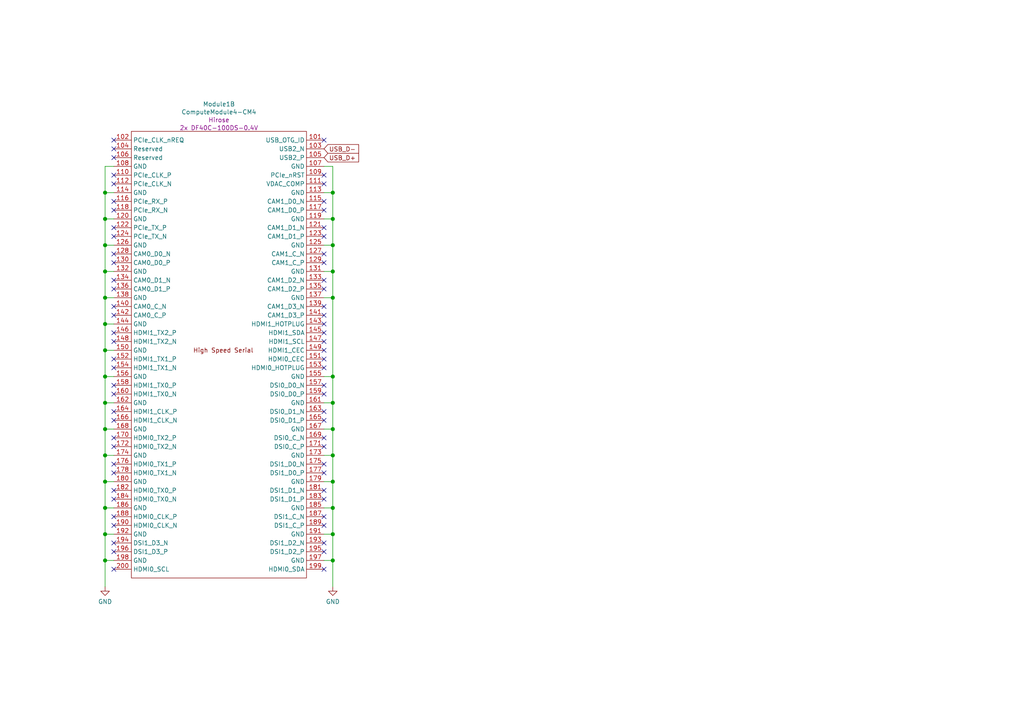
<source format=kicad_sch>
(kicad_sch (version 20210126) (generator eeschema)
  (paper "A4")
  (title_block (title "Voice CCA") (date "2021-05-01") (rev "v1r0") (company "MWS Fabrication"))
  (lib_symbols
    (symbol "CM4IO:ComputeModule4-CM4"
      (property "Reference" "Module" (at 113.03 -68.58 0))
      (property "Value" "ComputeModule4-CM4" (at 140.97 2.54 0))
      (property "Field4" "Hirose" (at 0 0 0))
      (property "Field5" "2x DF40C-100DS-0.4V" (at 0 -2.54 0))
      (symbol "ComputeModule4-CM4_1_0"
        (text "GPIO" (at 0 6.35 0) (effects (font (size 1.27 1.27))))
      )
      (symbol "ComputeModule4-CM4_1_1"
        (text "600mA Max" (at -8.89 -53.34 0) (effects (font (size 1.27 1.27))))
        (text "600mA Max" (at -8.89 -48.26 0) (effects (font (size 1.27 1.27))))
        (text "NB SD signals are only available" (at -1.27 -27.94 0) (effects (font (size 1.27 1.27))))
        (text "on modules without eMMC" (at -1.27 -30.48 0) (effects (font (size 1.27 1.27))))
        (rectangle (start -30.48 -71.12) (end 25.4 58.42))
        (pin power_in line (at 27.94 55.88 180) (length 2.54) (name "GND") (number "1"))
        (pin passive line (at -33.02 45.72 0) (length 2.54) (name "Ethernet_Pair0_N") (number "10"))
        (pin output line (at -33.02 -68.58 0) (length 2.54) (name "nEXTRST") (number "100"))
        (pin passive line (at 27.94 43.18 180) (length 2.54) (name "Ethernet_Pair2_P") (number "11"))
        (pin passive line (at -33.02 43.18 0) (length 2.54) (name "Ethernet_Pair0_P") (number "12"))
        (pin power_in line (at 27.94 40.64 180) (length 2.54) (name "GND") (number "13"))
        (pin power_in line (at -33.02 40.64 0) (length 2.54) (name "GND") (number "14"))
        (pin output line (at 27.94 38.1 180) (length 2.54) (name "Ethernet_nLED3(3.3v)") (number "15"))
        (pin input line (at -33.02 38.1 0) (length 2.54) (name "Ethernet_SYNC_IN(1.8v)") (number "16"))
        (pin output line (at 27.94 35.56 180) (length 2.54) (name "Ethernet_nLED2(3.3v)") (number "17"))
        (pin input line (at -33.02 35.56 0) (length 2.54) (name "Ethernet_SYNC_OUT(1.8v)") (number "18"))
        (pin output line (at 27.94 33.02 180) (length 2.54) (name "Ethernet_nLED1(3.3v)") (number "19"))
        (pin power_in line (at -33.02 55.88 0) (length 2.54) (name "GND") (number "2"))
        (pin passive line (at -33.02 33.02 0) (length 2.54) (name "EEPROM_nWP") (number "20"))
        (pin open_collector line (at 27.94 30.48 180) (length 2.54) (name "PI_nLED_Activity") (number "21"))
        (pin power_in line (at -33.02 30.48 0) (length 2.54) (name "GND") (number "22"))
        (pin power_in line (at 27.94 27.94 180) (length 2.54) (name "GND") (number "23"))
        (pin passive line (at -33.02 27.94 0) (length 2.54) (name "GPIO26") (number "24"))
        (pin passive line (at 27.94 25.4 180) (length 2.54) (name "GPIO21") (number "25"))
        (pin passive line (at -33.02 25.4 0) (length 2.54) (name "GPIO19") (number "26"))
        (pin passive line (at 27.94 22.86 180) (length 2.54) (name "GPIO20") (number "27"))
        (pin passive line (at -33.02 22.86 0) (length 2.54) (name "GPIO13") (number "28"))
        (pin passive line (at 27.94 20.32 180) (length 2.54) (name "GPIO16") (number "29"))
        (pin passive line (at 27.94 53.34 180) (length 2.54) (name "Ethernet_Pair3_P") (number "3"))
        (pin passive line (at -33.02 20.32 0) (length 2.54) (name "GPIO6") (number "30"))
        (pin passive line (at 27.94 17.78 180) (length 2.54) (name "GPIO12") (number "31"))
        (pin power_in line (at -33.02 17.78 0) (length 2.54) (name "GND") (number "32"))
        (pin power_in line (at 27.94 15.24 180) (length 2.54) (name "GND") (number "33"))
        (pin passive line (at -33.02 15.24 0) (length 2.54) (name "GPIO5") (number "34"))
        (pin passive line (at 27.94 12.7 180) (length 2.54) (name "ID_SC") (number "35"))
        (pin passive line (at -33.02 12.7 0) (length 2.54) (name "ID_SD") (number "36"))
        (pin passive line (at 27.94 10.16 180) (length 2.54) (name "GPIO7") (number "37"))
        (pin passive line (at -33.02 10.16 0) (length 2.54) (name "GPIO11") (number "38"))
        (pin passive line (at 27.94 7.62 180) (length 2.54) (name "GPIO8") (number "39"))
        (pin passive line (at -33.02 53.34 0) (length 2.54) (name "Ethernet_Pair1_P") (number "4"))
        (pin passive line (at -33.02 7.62 0) (length 2.54) (name "GPIO9") (number "40"))
        (pin passive line (at 27.94 5.08 180) (length 2.54) (name "GPIO25") (number "41"))
        (pin power_in line (at -33.02 5.08 0) (length 2.54) (name "GND") (number "42"))
        (pin power_in line (at 27.94 2.54 180) (length 2.54) (name "GND") (number "43"))
        (pin passive line (at -33.02 2.54 0) (length 2.54) (name "GPIO10") (number "44"))
        (pin passive line (at 27.94 0 180) (length 2.54) (name "GPIO24") (number "45"))
        (pin passive line (at -33.02 0 0) (length 2.54) (name "GPIO22") (number "46"))
        (pin passive line (at 27.94 -2.54 180) (length 2.54) (name "GPIO23") (number "47"))
        (pin passive line (at -33.02 -2.54 0) (length 2.54) (name "GPIO27") (number "48"))
        (pin passive line (at 27.94 -5.08 180) (length 2.54) (name "GPIO18") (number "49"))
        (pin passive line (at 27.94 50.8 180) (length 2.54) (name "Ethernet_Pair3_N") (number "5"))
        (pin passive line (at -33.02 -5.08 0) (length 2.54) (name "GPIO17") (number "50"))
        (pin passive line (at 27.94 -7.62 180) (length 2.54) (name "GPIO15") (number "51"))
        (pin power_in line (at -33.02 -7.62 0) (length 2.54) (name "GND") (number "52"))
        (pin power_in line (at 27.94 -10.16 180) (length 2.54) (name "GND") (number "53"))
        (pin passive line (at -33.02 -10.16 0) (length 2.54) (name "GPIO4") (number "54"))
        (pin passive line (at 27.94 -12.7 180) (length 2.54) (name "GPIO14") (number "55"))
        (pin passive line (at -33.02 -12.7 0) (length 2.54) (name "GPIO3") (number "56"))
        (pin passive line (at 27.94 -15.24 180) (length 2.54) (name "SD_CLK") (number "57"))
        (pin passive line (at -33.02 -15.24 0) (length 2.54) (name "GPIO2") (number "58"))
        (pin power_in line (at 27.94 -17.78 180) (length 2.54) (name "GND") (number "59"))
        (pin passive line (at -33.02 50.8 0) (length 2.54) (name "Ethernet_Pair1_N") (number "6"))
        (pin power_in line (at -33.02 -17.78 0) (length 2.54) (name "GND") (number "60"))
        (pin passive line (at 27.94 -20.32 180) (length 2.54) (name "SD_DAT3") (number "61"))
        (pin passive line (at -33.02 -20.32 0) (length 2.54) (name "SD_CMD") (number "62"))
        (pin passive line (at 27.94 -22.86 180) (length 2.54) (name "SD_DAT0") (number "63"))
        (pin passive line (at -33.02 -22.86 0) (length 2.54) (name "SD_DAT5") (number "64"))
        (pin power_in line (at 27.94 -25.4 180) (length 2.54) (name "GND") (number "65"))
        (pin power_in line (at -33.02 -25.4 0) (length 2.54) (name "GND") (number "66"))
        (pin passive line (at 27.94 -27.94 180) (length 2.54) (name "SD_DAT1") (number "67"))
        (pin passive line (at -33.02 -27.94 0) (length 2.54) (name "SD_DAT4") (number "68"))
        (pin passive line (at 27.94 -30.48 180) (length 2.54) (name "SD_DAT2") (number "69"))
        (pin power_in line (at 27.94 48.26 180) (length 2.54) (name "GND") (number "7"))
        (pin passive line (at -33.02 -30.48 0) (length 2.54) (name "SD_DAT7") (number "70"))
        (pin power_in line (at 27.94 -33.02 180) (length 2.54) (name "GND") (number "71"))
        (pin passive line (at -33.02 -33.02 0) (length 2.54) (name "SD_DAT6") (number "72"))
        (pin input line (at 27.94 -35.56 180) (length 2.54) (name "SD_VDD_Override") (number "73"))
        (pin power_in line (at -33.02 -35.56 0) (length 2.54) (name "GND") (number "74"))
        (pin output line (at 27.94 -38.1 180) (length 2.54) (name "SD_PWR_ON") (number "75"))
        (pin passive line (at -33.02 -38.1 0) (length 2.54) (name "Reserved") (number "76"))
        (pin power_in line (at 27.94 -40.64 180) (length 2.54) (name "+5v_(Input)") (number "77"))
        (pin power_in line (at -33.02 -40.64 0) (length 2.54) (name "GPIO_VREF(1.8v/3.3v_Input)") (number "78"))
        (pin power_in line (at 27.94 -43.18 180) (length 2.54) (name "+5v_(Input)") (number "79"))
        (pin power_in line (at -33.02 48.26 0) (length 2.54) (name "GND") (number "8"))
        (pin passive line (at -33.02 -43.18 0) (length 2.54) (name "SCL0") (number "80"))
        (pin power_in line (at 27.94 -45.72 180) (length 2.54) (name "+5v_(Input)") (number "81"))
        (pin passive line (at -33.02 -45.72 0) (length 2.54) (name "SDA0") (number "82"))
        (pin power_in line (at 27.94 -48.26 180) (length 2.54) (name "+5v_(Input)") (number "83"))
        (pin power_out line (at -33.02 -48.26 0) (length 2.54) (name "+3.3v_(Output)") (number "84"))
        (pin power_in line (at 27.94 -50.8 180) (length 2.54) (name "+5v_(Input)") (number "85"))
        (pin power_out line (at -33.02 -50.8 0) (length 2.54) (name "+3.3v_(Output)") (number "86"))
        (pin power_in line (at 27.94 -53.34 180) (length 2.54) (name "+5v_(Input)") (number "87"))
        (pin power_out line (at -33.02 -53.34 0) (length 2.54) (name "+1.8v_(Output)") (number "88"))
        (pin power_in line (at 27.94 -55.88 180) (length 2.54) (name "WiFi_nDisable") (number "89"))
        (pin passive line (at 27.94 45.72 180) (length 2.54) (name "Ethernet_Pair2_N") (number "9"))
        (pin power_out line (at -33.02 -55.88 0) (length 2.54) (name "+1.8v_(Output)") (number "90"))
        (pin power_in line (at 27.94 -58.42 180) (length 2.54) (name "BT_nDisable") (number "91"))
        (pin passive line (at -33.02 -58.42 0) (length 2.54) (name "RUN_PG") (number "92"))
        (pin input line (at 27.94 -60.96 180) (length 2.54) (name "nRPIBOOT") (number "93"))
        (pin passive line (at -33.02 -60.96 0) (length 2.54) (name "AnalogIP1") (number "94"))
        (pin output line (at 27.94 -63.5 180) (length 2.54) (name "nPI_LED_PWR") (number "95"))
        (pin passive line (at -33.02 -63.5 0) (length 2.54) (name "AnalogIP0") (number "96"))
        (pin passive line (at 27.94 -66.04 180) (length 2.54) (name "Camera_GPIO") (number "97"))
        (pin power_in line (at -33.02 -66.04 0) (length 2.54) (name "GND") (number "98"))
        (pin input line (at 27.94 -68.58 180) (length 2.54) (name "Global_EN") (number "99"))
      )
      (symbol "ComputeModule4-CM4_2_1"
        (text "High Speed Serial" (at 140.97 0 0) (effects (font (size 1.27 1.27))))
        (rectangle (start 114.3 -66.04) (end 165.1 63.5))
        (pin input line (at 170.18 60.96 180) (length 5.08) (name "USB_OTG_ID") (number "101"))
        (pin input line (at 109.22 60.96 0) (length 5.08) (name "PCIe_CLK_nREQ") (number "102"))
        (pin passive line (at 170.18 58.42 180) (length 5.08) (name "USB2_N") (number "103"))
        (pin passive line (at 109.22 58.42 0) (length 5.08) (name "Reserved") (number "104"))
        (pin passive line (at 170.18 55.88 180) (length 5.08) (name "USB2_P") (number "105"))
        (pin passive line (at 109.22 55.88 0) (length 5.08) (name "Reserved") (number "106"))
        (pin power_in line (at 170.18 53.34 180) (length 5.08) (name "GND") (number "107"))
        (pin power_in line (at 109.22 53.34 0) (length 5.08) (name "GND") (number "108"))
        (pin bidirectional line (at 170.18 50.8 180) (length 5.08) (name "PCIe_nRST") (number "109"))
        (pin output line (at 109.22 50.8 0) (length 5.08) (name "PCIe_CLK_P") (number "110"))
        (pin passive line (at 170.18 48.26 180) (length 5.08) (name "VDAC_COMP") (number "111"))
        (pin output line (at 109.22 48.26 0) (length 5.08) (name "PCIe_CLK_N") (number "112"))
        (pin power_in line (at 170.18 45.72 180) (length 5.08) (name "GND") (number "113"))
        (pin power_in line (at 109.22 45.72 0) (length 5.08) (name "GND") (number "114"))
        (pin input line (at 170.18 43.18 180) (length 5.08) (name "CAM1_D0_N") (number "115"))
        (pin input line (at 109.22 43.18 0) (length 5.08) (name "PCIe_RX_P") (number "116"))
        (pin input line (at 170.18 40.64 180) (length 5.08) (name "CAM1_D0_P") (number "117"))
        (pin input line (at 109.22 40.64 0) (length 5.08) (name "PCIe_RX_N") (number "118"))
        (pin power_in line (at 170.18 38.1 180) (length 5.08) (name "GND") (number "119"))
        (pin power_in line (at 109.22 38.1 0) (length 5.08) (name "GND") (number "120"))
        (pin input line (at 170.18 35.56 180) (length 5.08) (name "CAM1_D1_N") (number "121"))
        (pin output line (at 109.22 35.56 0) (length 5.08) (name "PCIe_TX_P") (number "122"))
        (pin input line (at 170.18 33.02 180) (length 5.08) (name "CAM1_D1_P") (number "123"))
        (pin output line (at 109.22 33.02 0) (length 5.08) (name "PCIe_TX_N") (number "124"))
        (pin power_in line (at 170.18 30.48 180) (length 5.08) (name "GND") (number "125"))
        (pin power_in line (at 109.22 30.48 0) (length 5.08) (name "GND") (number "126"))
        (pin input line (at 170.18 27.94 180) (length 5.08) (name "CAM1_C_N") (number "127"))
        (pin input line (at 109.22 27.94 0) (length 5.08) (name "CAM0_D0_N") (number "128"))
        (pin input line (at 170.18 25.4 180) (length 5.08) (name "CAM1_C_P") (number "129"))
        (pin input line (at 109.22 25.4 0) (length 5.08) (name "CAM0_D0_P") (number "130"))
        (pin power_in line (at 170.18 22.86 180) (length 5.08) (name "GND") (number "131"))
        (pin power_in line (at 109.22 22.86 0) (length 5.08) (name "GND") (number "132"))
        (pin input line (at 170.18 20.32 180) (length 5.08) (name "CAM1_D2_N") (number "133"))
        (pin input line (at 109.22 20.32 0) (length 5.08) (name "CAM0_D1_N") (number "134"))
        (pin input line (at 170.18 17.78 180) (length 5.08) (name "CAM1_D2_P") (number "135"))
        (pin input line (at 109.22 17.78 0) (length 5.08) (name "CAM0_D1_P") (number "136"))
        (pin power_in line (at 170.18 15.24 180) (length 5.08) (name "GND") (number "137"))
        (pin power_in line (at 109.22 15.24 0) (length 5.08) (name "GND") (number "138"))
        (pin input line (at 170.18 12.7 180) (length 5.08) (name "CAM1_D3_N") (number "139"))
        (pin input line (at 109.22 12.7 0) (length 5.08) (name "CAM0_C_N") (number "140"))
        (pin input line (at 170.18 10.16 180) (length 5.08) (name "CAM1_D3_P") (number "141"))
        (pin input line (at 109.22 10.16 0) (length 5.08) (name "CAM0_C_P") (number "142"))
        (pin input line (at 170.18 7.62 180) (length 5.08) (name "HDMI1_HOTPLUG") (number "143"))
        (pin power_in line (at 109.22 7.62 0) (length 5.08) (name "GND") (number "144"))
        (pin bidirectional line (at 170.18 5.08 180) (length 5.08) (name "HDMI1_SDA") (number "145"))
        (pin output line (at 109.22 5.08 0) (length 5.08) (name "HDMI1_TX2_P") (number "146"))
        (pin open_collector line (at 170.18 2.54 180) (length 5.08) (name "HDMI1_SCL") (number "147"))
        (pin output line (at 109.22 2.54 0) (length 5.08) (name "HDMI1_TX2_N") (number "148"))
        (pin open_collector line (at 170.18 0 180) (length 5.08) (name "HDMI1_CEC") (number "149"))
        (pin power_in line (at 109.22 0 0) (length 5.08) (name "GND") (number "150"))
        (pin open_collector line (at 170.18 -2.54 180) (length 5.08) (name "HDMI0_CEC") (number "151"))
        (pin output line (at 109.22 -2.54 0) (length 5.08) (name "HDMI1_TX1_P") (number "152"))
        (pin input line (at 170.18 -5.08 180) (length 5.08) (name "HDMI0_HOTPLUG") (number "153"))
        (pin output line (at 109.22 -5.08 0) (length 5.08) (name "HDMI1_TX1_N") (number "154"))
        (pin power_in line (at 170.18 -7.62 180) (length 5.08) (name "GND") (number "155"))
        (pin power_in line (at 109.22 -7.62 0) (length 5.08) (name "GND") (number "156"))
        (pin output line (at 170.18 -10.16 180) (length 5.08) (name "DSI0_D0_N") (number "157"))
        (pin output line (at 109.22 -10.16 0) (length 5.08) (name "HDMI1_TX0_P") (number "158"))
        (pin output line (at 170.18 -12.7 180) (length 5.08) (name "DSI0_D0_P") (number "159"))
        (pin output line (at 109.22 -12.7 0) (length 5.08) (name "HDMI1_TX0_N") (number "160"))
        (pin power_in line (at 170.18 -15.24 180) (length 5.08) (name "GND") (number "161"))
        (pin power_in line (at 109.22 -15.24 0) (length 5.08) (name "GND") (number "162"))
        (pin output line (at 170.18 -17.78 180) (length 5.08) (name "DSI0_D1_N") (number "163"))
        (pin output line (at 109.22 -17.78 0) (length 5.08) (name "HDMI1_CLK_P") (number "164"))
        (pin output line (at 170.18 -20.32 180) (length 5.08) (name "DSI0_D1_P") (number "165"))
        (pin output line (at 109.22 -20.32 0) (length 5.08) (name "HDMI1_CLK_N") (number "166"))
        (pin power_in line (at 170.18 -22.86 180) (length 5.08) (name "GND") (number "167"))
        (pin power_in line (at 109.22 -22.86 0) (length 5.08) (name "GND") (number "168"))
        (pin output line (at 170.18 -25.4 180) (length 5.08) (name "DSI0_C_N") (number "169"))
        (pin output line (at 109.22 -25.4 0) (length 5.08) (name "HDMI0_TX2_P") (number "170"))
        (pin output line (at 170.18 -27.94 180) (length 5.08) (name "DSI0_C_P") (number "171"))
        (pin output line (at 109.22 -27.94 0) (length 5.08) (name "HDMI0_TX2_N") (number "172"))
        (pin power_in line (at 170.18 -30.48 180) (length 5.08) (name "GND") (number "173"))
        (pin power_in line (at 109.22 -30.48 0) (length 5.08) (name "GND") (number "174"))
        (pin output line (at 170.18 -33.02 180) (length 5.08) (name "DSI1_D0_N") (number "175"))
        (pin output line (at 109.22 -33.02 0) (length 5.08) (name "HDMI0_TX1_P") (number "176"))
        (pin output line (at 170.18 -35.56 180) (length 5.08) (name "DSI1_D0_P") (number "177"))
        (pin output line (at 109.22 -35.56 0) (length 5.08) (name "HDMI0_TX1_N") (number "178"))
        (pin power_in line (at 170.18 -38.1 180) (length 5.08) (name "GND") (number "179"))
        (pin power_in line (at 109.22 -38.1 0) (length 5.08) (name "GND") (number "180"))
        (pin output line (at 170.18 -40.64 180) (length 5.08) (name "DSI1_D1_N") (number "181"))
        (pin output line (at 109.22 -40.64 0) (length 5.08) (name "HDMI0_TX0_P") (number "182"))
        (pin output line (at 170.18 -43.18 180) (length 5.08) (name "DSI1_D1_P") (number "183"))
        (pin output line (at 109.22 -43.18 0) (length 5.08) (name "HDMI0_TX0_N") (number "184"))
        (pin power_in line (at 170.18 -45.72 180) (length 5.08) (name "GND") (number "185"))
        (pin power_in line (at 109.22 -45.72 0) (length 5.08) (name "GND") (number "186"))
        (pin output line (at 170.18 -48.26 180) (length 5.08) (name "DSI1_C_N") (number "187"))
        (pin output line (at 109.22 -48.26 0) (length 5.08) (name "HDMI0_CLK_P") (number "188"))
        (pin output line (at 170.18 -50.8 180) (length 5.08) (name "DSI1_C_P") (number "189"))
        (pin output line (at 109.22 -50.8 0) (length 5.08) (name "HDMI0_CLK_N") (number "190"))
        (pin power_in line (at 170.18 -53.34 180) (length 5.08) (name "GND") (number "191"))
        (pin power_in line (at 109.22 -53.34 0) (length 5.08) (name "GND") (number "192"))
        (pin output line (at 170.18 -55.88 180) (length 5.08) (name "DSI1_D2_N") (number "193"))
        (pin output line (at 109.22 -55.88 0) (length 5.08) (name "DSI1_D3_N") (number "194"))
        (pin output line (at 170.18 -58.42 180) (length 5.08) (name "DSI1_D2_P") (number "195"))
        (pin output line (at 109.22 -58.42 0) (length 5.08) (name "DSI1_D3_P") (number "196"))
        (pin power_in line (at 170.18 -60.96 180) (length 5.08) (name "GND") (number "197"))
        (pin power_in line (at 109.22 -60.96 0) (length 5.08) (name "GND") (number "198"))
        (pin bidirectional line (at 170.18 -63.5 180) (length 5.08) (name "HDMI0_SDA") (number "199"))
        (pin open_collector line (at 109.22 -63.5 0) (length 5.08) (name "HDMI0_SCL") (number "200"))
      )
    )
    (symbol "power:GND" (power) (pin_names (offset 0))
      (property "Value" "GND" (at 0 -3.81 0))
      (symbol "GND_0_1"
        (polyline (pts (xy 0 0) (xy 0 -1.27) (xy 1.27 -1.27) (xy 0 -2.54) (xy -1.27 -1.27) (xy 0 -1.27)))
      )
      (symbol "GND_1_1"
        (pin power_in line (at 0 0 270) (length 0) hide (name "GND") (number "1"))
      )
    )
  )
  (junction (at 30.48 55.88) (diameter 1.016))
  (junction (at 30.48 63.5) (diameter 1.016))
  (junction (at 30.48 71.12) (diameter 1.016))
  (junction (at 30.48 78.74) (diameter 1.016))
  (junction (at 30.48 86.36) (diameter 1.016))
  (junction (at 30.48 93.98) (diameter 1.016))
  (junction (at 30.48 101.6) (diameter 1.016))
  (junction (at 30.48 109.22) (diameter 1.016))
  (junction (at 30.48 116.84) (diameter 1.016))
  (junction (at 30.48 124.46) (diameter 1.016))
  (junction (at 30.48 132.08) (diameter 1.016))
  (junction (at 30.48 139.7) (diameter 1.016))
  (junction (at 30.48 147.32) (diameter 1.016))
  (junction (at 30.48 154.94) (diameter 1.016))
  (junction (at 30.48 162.56) (diameter 1.016))
  (junction (at 96.52 55.88) (diameter 1.016))
  (junction (at 96.52 63.5) (diameter 1.016))
  (junction (at 96.52 71.12) (diameter 1.016))
  (junction (at 96.52 78.74) (diameter 1.016))
  (junction (at 96.52 86.36) (diameter 1.016))
  (junction (at 96.52 109.22) (diameter 1.016))
  (junction (at 96.52 116.84) (diameter 1.016))
  (junction (at 96.52 124.46) (diameter 1.016))
  (junction (at 96.52 132.08) (diameter 1.016))
  (junction (at 96.52 139.7) (diameter 1.016))
  (junction (at 96.52 147.32) (diameter 1.016))
  (junction (at 96.52 154.94) (diameter 1.016))
  (junction (at 96.52 162.56) (diameter 1.016))
  (no_connect (at 33.02 40.64))
  (no_connect (at 33.02 43.18))
  (no_connect (at 33.02 45.72))
  (no_connect (at 33.02 50.8))
  (no_connect (at 33.02 53.34))
  (no_connect (at 33.02 58.42))
  (no_connect (at 33.02 60.96))
  (no_connect (at 33.02 66.04))
  (no_connect (at 33.02 68.58))
  (no_connect (at 33.02 73.66))
  (no_connect (at 33.02 76.2))
  (no_connect (at 33.02 81.28))
  (no_connect (at 33.02 83.82))
  (no_connect (at 33.02 88.9))
  (no_connect (at 33.02 91.44))
  (no_connect (at 33.02 96.52))
  (no_connect (at 33.02 99.06))
  (no_connect (at 33.02 104.14))
  (no_connect (at 33.02 106.68))
  (no_connect (at 33.02 111.76))
  (no_connect (at 33.02 114.3))
  (no_connect (at 33.02 119.38))
  (no_connect (at 33.02 121.92))
  (no_connect (at 33.02 127))
  (no_connect (at 33.02 129.54))
  (no_connect (at 33.02 134.62))
  (no_connect (at 33.02 137.16))
  (no_connect (at 33.02 142.24))
  (no_connect (at 33.02 144.78))
  (no_connect (at 33.02 149.86))
  (no_connect (at 33.02 152.4))
  (no_connect (at 33.02 157.48))
  (no_connect (at 33.02 160.02))
  (no_connect (at 33.02 165.1))
  (no_connect (at 93.98 40.64))
  (no_connect (at 93.98 50.8))
  (no_connect (at 93.98 53.34))
  (no_connect (at 93.98 58.42))
  (no_connect (at 93.98 60.96))
  (no_connect (at 93.98 66.04))
  (no_connect (at 93.98 68.58))
  (no_connect (at 93.98 73.66))
  (no_connect (at 93.98 76.2))
  (no_connect (at 93.98 81.28))
  (no_connect (at 93.98 83.82))
  (no_connect (at 93.98 88.9))
  (no_connect (at 93.98 91.44))
  (no_connect (at 93.98 93.98))
  (no_connect (at 93.98 96.52))
  (no_connect (at 93.98 99.06))
  (no_connect (at 93.98 101.6))
  (no_connect (at 93.98 104.14))
  (no_connect (at 93.98 106.68))
  (no_connect (at 93.98 111.76))
  (no_connect (at 93.98 114.3))
  (no_connect (at 93.98 119.38))
  (no_connect (at 93.98 121.92))
  (no_connect (at 93.98 127))
  (no_connect (at 93.98 129.54))
  (no_connect (at 93.98 134.62))
  (no_connect (at 93.98 137.16))
  (no_connect (at 93.98 142.24))
  (no_connect (at 93.98 144.78))
  (no_connect (at 93.98 149.86))
  (no_connect (at 93.98 152.4))
  (no_connect (at 93.98 157.48))
  (no_connect (at 93.98 160.02))
  (no_connect (at 93.98 165.1))
  (wire (pts (xy 30.48 48.26) (xy 30.48 55.88)))
  (wire (pts (xy 30.48 55.88) (xy 30.48 63.5)))
  (wire (pts (xy 30.48 63.5) (xy 30.48 71.12)))
  (wire (pts (xy 30.48 71.12) (xy 30.48 78.74)))
  (wire (pts (xy 30.48 78.74) (xy 30.48 86.36)))
  (wire (pts (xy 30.48 86.36) (xy 30.48 93.98)))
  (wire (pts (xy 30.48 93.98) (xy 30.48 101.6)))
  (wire (pts (xy 30.48 101.6) (xy 30.48 109.22)))
  (wire (pts (xy 30.48 109.22) (xy 30.48 116.84)))
  (wire (pts (xy 30.48 116.84) (xy 30.48 124.46)))
  (wire (pts (xy 30.48 124.46) (xy 30.48 132.08)))
  (wire (pts (xy 30.48 132.08) (xy 30.48 139.7)))
  (wire (pts (xy 30.48 139.7) (xy 30.48 147.32)))
  (wire (pts (xy 30.48 147.32) (xy 30.48 154.94)))
  (wire (pts (xy 30.48 154.94) (xy 30.48 162.56)))
  (wire (pts (xy 30.48 154.94) (xy 33.02 154.94)))
  (wire (pts (xy 30.48 162.56) (xy 30.48 170.18)))
  (wire (pts (xy 33.02 48.26) (xy 30.48 48.26)))
  (wire (pts (xy 33.02 55.88) (xy 30.48 55.88)))
  (wire (pts (xy 33.02 63.5) (xy 30.48 63.5)))
  (wire (pts (xy 33.02 71.12) (xy 30.48 71.12)))
  (wire (pts (xy 33.02 78.74) (xy 30.48 78.74)))
  (wire (pts (xy 33.02 86.36) (xy 30.48 86.36)))
  (wire (pts (xy 33.02 93.98) (xy 30.48 93.98)))
  (wire (pts (xy 33.02 101.6) (xy 30.48 101.6)))
  (wire (pts (xy 33.02 109.22) (xy 30.48 109.22)))
  (wire (pts (xy 33.02 116.84) (xy 30.48 116.84)))
  (wire (pts (xy 33.02 124.46) (xy 30.48 124.46)))
  (wire (pts (xy 33.02 132.08) (xy 30.48 132.08)))
  (wire (pts (xy 33.02 139.7) (xy 30.48 139.7)))
  (wire (pts (xy 33.02 147.32) (xy 30.48 147.32)))
  (wire (pts (xy 33.02 162.56) (xy 30.48 162.56)))
  (wire (pts (xy 93.98 48.26) (xy 96.52 48.26)))
  (wire (pts (xy 93.98 55.88) (xy 96.52 55.88)))
  (wire (pts (xy 93.98 63.5) (xy 96.52 63.5)))
  (wire (pts (xy 93.98 71.12) (xy 96.52 71.12)))
  (wire (pts (xy 93.98 78.74) (xy 96.52 78.74)))
  (wire (pts (xy 93.98 86.36) (xy 96.52 86.36)))
  (wire (pts (xy 93.98 109.22) (xy 96.52 109.22)))
  (wire (pts (xy 93.98 116.84) (xy 96.52 116.84)))
  (wire (pts (xy 93.98 124.46) (xy 96.52 124.46)))
  (wire (pts (xy 93.98 132.08) (xy 96.52 132.08)))
  (wire (pts (xy 93.98 139.7) (xy 96.52 139.7)))
  (wire (pts (xy 93.98 147.32) (xy 96.52 147.32)))
  (wire (pts (xy 93.98 154.94) (xy 96.52 154.94)))
  (wire (pts (xy 96.52 48.26) (xy 96.52 55.88)))
  (wire (pts (xy 96.52 55.88) (xy 96.52 63.5)))
  (wire (pts (xy 96.52 63.5) (xy 96.52 71.12)))
  (wire (pts (xy 96.52 71.12) (xy 96.52 78.74)))
  (wire (pts (xy 96.52 78.74) (xy 96.52 86.36)))
  (wire (pts (xy 96.52 86.36) (xy 96.52 109.22)))
  (wire (pts (xy 96.52 109.22) (xy 96.52 116.84)))
  (wire (pts (xy 96.52 116.84) (xy 96.52 124.46)))
  (wire (pts (xy 96.52 124.46) (xy 96.52 132.08)))
  (wire (pts (xy 96.52 132.08) (xy 96.52 139.7)))
  (wire (pts (xy 96.52 139.7) (xy 96.52 147.32)))
  (wire (pts (xy 96.52 147.32) (xy 96.52 154.94)))
  (wire (pts (xy 96.52 154.94) (xy 96.52 162.56)))
  (wire (pts (xy 96.52 162.56) (xy 93.98 162.56)))
  (wire (pts (xy 96.52 170.18) (xy 96.52 162.56)))
  (global_label "USB_D-" (shape input) (at 93.98 43.18 0) (property "Intersheet References" "${INTERSHEET_REFS}" (effects hide)))
  (global_label "USB_D+" (shape input) (at 93.98 45.72 0) (property "Intersheet References" "${INTERSHEET_REFS}" (effects hide)))
  (symbol (lib_id "power:GND") (at 30.48 170.18 0) (unit 1)
    (property "Reference" "#PWR022" (effects hide))
    (property "Value" "GND" (at 30.48 174.5044 0))
  )
  (symbol (lib_id "power:GND") (at 96.52 170.18 0) (unit 1)
    (property "Reference" "#PWR023" (effects hide))
    (property "Value" "GND" (at 96.52 174.5044 0))
  )
  (symbol (lib_id "CM4IO:ComputeModule4-CM4") (at -76.2 101.6 0) (unit 2)
    (property "Reference" "Module1" (at 63.5 30.1964 0))
    (property "Value" "ComputeModule4-CM4" (at 63.5 32.4951 0))
    (property "Footprint" "CM4IO:Raspberry-Pi-4-Compute-Module" (effects hide))
    (property "Field4" "Hirose" (at 63.5 34.7938 0))
    (property "Field5" "2x DF40C-100DS-0.4V" (at 63.5 37.0925 0))
  )
)
</source>
